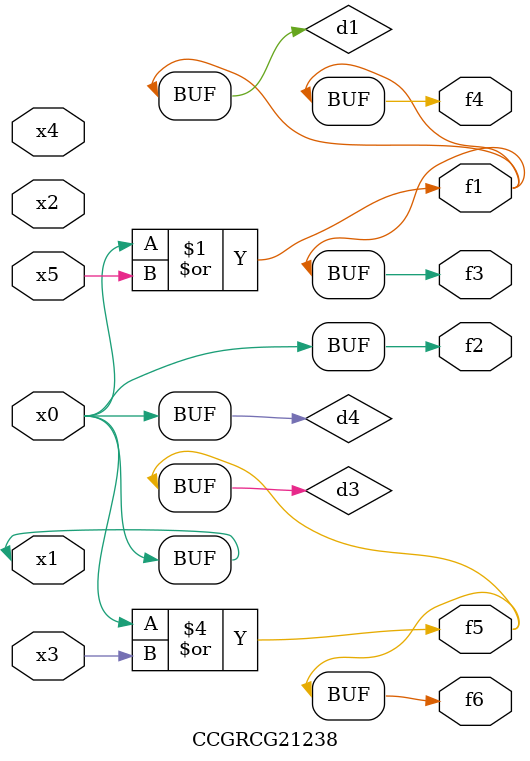
<source format=v>
module CCGRCG21238(
	input x0, x1, x2, x3, x4, x5,
	output f1, f2, f3, f4, f5, f6
);

	wire d1, d2, d3, d4;

	or (d1, x0, x5);
	xnor (d2, x1, x4);
	or (d3, x0, x3);
	buf (d4, x0, x1);
	assign f1 = d1;
	assign f2 = d4;
	assign f3 = d1;
	assign f4 = d1;
	assign f5 = d3;
	assign f6 = d3;
endmodule

</source>
